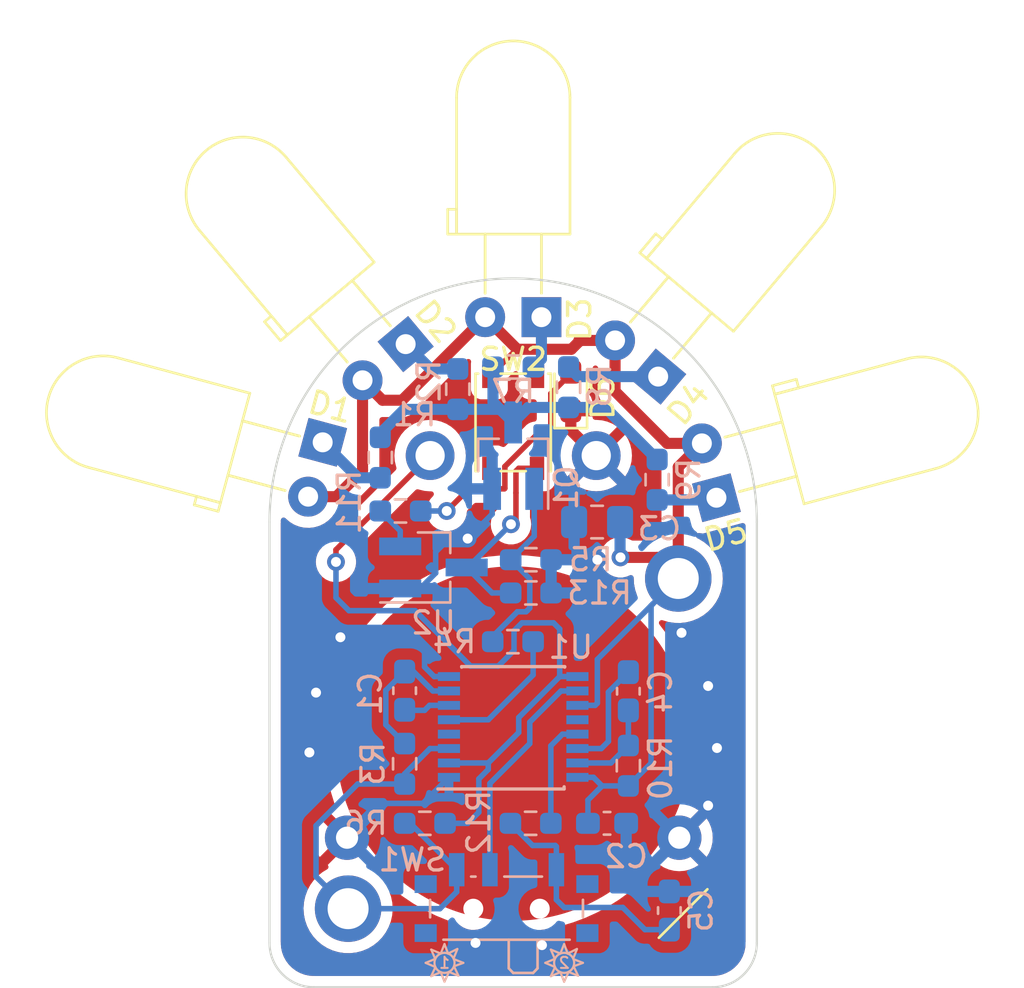
<source format=kicad_pcb>
(kicad_pcb (version 20211014) (generator pcbnew)
  (layers (0 "F.Cu" signal) (31 "B.Cu" signal) (34 "B.Paste" user) (35 "F.Paste" user) (36 "B.SilkS" user "B.Silkscreen") (37 "F.SilkS" user "F.Silkscreen") (38 "B.Mask" user) (39 "F.Mask" user) (44 "Edge.Cuts" user))
  (net 0 "")
  (net 1 "+3V0")
  (net 2 "GND")
  (net 3 "Net-(C1-Pad1)")
  (net 4 "Net-(C1-Pad2)")
  (net 5 "Net-(D1-Pad1)")
  (net 6 "Net-(D2-Pad1)")
  (net 7 "Net-(Q1-Pad1)")
  (net 8 "Net-(Q1-Pad3)")
  (net 9 "Net-(D3-Pad1)")
  (net 10 "Net-(D4-Pad1)")
  (net 11 "Net-(D5-Pad1)")
  (net 12 "Net-(C4-Pad1)")
  (net 13 "Net-(C4-Pad2)")
  (net 14 "/TRIG")
  (net 15 "/FLASH_PULSE")
  (net 16 "/PREFLASH")
  (net 17 "Net-(SW1-Pad2)")
  (net 18 "/PREFLASH_DELAYED")
  (net 21 "Net-(D6-Pad2)")
  (net 22 "Net-(R11-Pad2)")
  (net 23 "Net-(R13-Pad1)")
  (footprint "Button_Switch_CKComponents:SW_SPST_PTS810" (layer "F.Cu") (at 81 56.5 90)
    (fp_text reference "SW2" (at 2.85 0 180) (layer "F.SilkS"))
    (fp_text value "Bat Test")
    (fp_line (start -2.2 1.7) (end 2.2 1.7) (layer "F.SilkS") (width 0.12))
    (fp_line (start 2.2 -1.58) (end 2.2 -1.7) (layer "F.SilkS") (width 0.12))
    (fp_line (start -2.2 -1.7) (end -2.2 -1.58) (layer "F.SilkS") (width 0.12))
    (fp_line (start 2.2 1.7) (end 2.2 1.58) (layer "F.SilkS") (width 0.12))
    (fp_line (start -2.2 -0.57) (end -2.2 0.57) (layer "F.SilkS") (width 0.12))
    (fp_line (start 2.2 -1.7) (end -2.2 -1.7) (layer "F.SilkS") (width 0.12))
    (fp_line (start -2.2 1.58) (end -2.2 1.7) (layer "F.SilkS") (width 0.12))
    (fp_line (start 2.2 0.57) (end 2.2 -0.57) (layer "F.SilkS") (width 0.12))
    (pad "1" smd rect (at 2.075 -1.075 90) (size 1.05 0.65) (layers "F.Cu" "F.Paste" "F.Mask") (net 1 "+3V0"))
    (pad "1" smd rect (at -2.075 -1.075 90) (size 1.05 0.65) (layers "F.Cu" "F.Paste" "F.Mask") (net 1 "+3V0"))
    (pad "2" smd rect (at 2.075 1.075 90) (size 1.05 0.65) (layers "F.Cu" "F.Paste" "F.Mask") (net 23 "Net-(R13-Pad1)"))
    (pad "2" smd rect (at -2.075 1.075 90) (size 1.05 0.65) (layers "F.Cu" "F.Paste" "F.Mask") (net 23 "Net-(R13-Pad1)"))
  )
  (footprint "LED_THT:LED_D5.0mm_Horizontal_O3.81mm_Z3.0mm" (layer "F.Cu") (at 82.275 51.75 180)
    (fp_text reference "D3" (at -1.725 -0.1 90) (layer "F.SilkS"))
    (fp_text value "RED")
    (fp_line (start 3.83 3.75) (end 4.23 3.75) (layer "F.SilkS") (width 0.12))
    (fp_line (start 2.54 1.08) (end 2.54 3.75) (layer "F.SilkS") (width 0.12))
    (fp_line (start 0 1.08) (end 0 1.08) (layer "F.SilkS") (width 0.12))
    (fp_line (start 2.54 1.08) (end 2.54 1.08) (layer "F.SilkS") (width 0.12))
    (fp_line (start 4.23 4.87) (end 3.83 4.87) (layer "F.SilkS") (width 0.12))
    (fp_line (start 3.83 4.87) (end 3.83 3.75) (layer "F.SilkS") (width 0.12))
    (fp_line (start -1.29 3.75) (end -1.29 9.91) (layer "F.SilkS") (width 0.12))
    (fp_line (start 2.54 3.75) (end 2.54 1.08) (layer "F.SilkS") (width 0.12))
    (fp_line (start 4.23 3.75) (end 4.23 4.87) (layer "F.SilkS") (width 0.12))
    (fp_line (start 2.54 3.75) (end 2.54 3.75) (layer "F.SilkS") (width 0.12))
    (fp_line (start 0 3.75) (end 0 3.75) (layer "F.SilkS") (width 0.12))
    (fp_line (start -1.29 3.75) (end 3.83 3.75) (layer "F.SilkS") (width 0.12))
    (fp_line (start 3.83 3.75) (end 3.83 9.91) (layer "F.SilkS") (width 0.12))
    (fp_line (start 0 3.75) (end 0 1.08) (layer "F.SilkS") (width 0.12))
    (fp_line (start 0 1.08) (end 0 3.75) (layer "F.SilkS") (width 0.12))
    (fp_arc (start 3.83 9.91) (mid 1.27 12.47) (end -1.29 9.91) (layer "F.SilkS") (width 0.12))
    (pad "1" thru_hole rect (at 0 0 180) (size 1.8 1.8) (drill 0.9) (layers *.Cu *.Mask) (net 9 "Net-(D3-Pad1)"))
    (pad "2" thru_hole circle (at 2.54 0 180) (size 1.8 1.8) (drill 0.9) (layers *.Cu *.Mask) (net 1 "+3V0"))
  )
  (footprint "LED_SMD:LED_0603_1608Metric_Pad1.05x0.95mm_HandSolder" (layer "F.Cu") (at 83.6 55.1 90)
    (fp_text reference "D6" (at -0.3 1.45 90) (layer "F.SilkS"))
    (fp_text value "GREEN")
    (fp_line (start -1.66 0.735) (end 0.8 0.735) (layer "F.SilkS") (width 0.12))
    (fp_line (start -1.66 -0.735) (end -1.66 0.735) (layer "F.SilkS") (width 0.12))
    (fp_line (start 0.8 -0.735) (end -1.66 -0.735) (layer "F.SilkS") (width 0.12))
    (pad "1" smd roundrect (at -0.875 0 90) (size 1.05 0.95) (layers "F.Cu" "F.Paste" "F.Mask") (net 2 "GND"))
    (pad "2" smd roundrect (at 0.875 0 90) (size 1.05 0.95) (layers "F.Cu" "F.Paste" "F.Mask") (net 21 "Net-(D6-Pad2)"))
  )
  (footprint "LED_THT:LED_D5.0mm_Horizontal_O3.81mm_Z3.0mm" (layer "F.Cu") (at 72.4 57.4 -105)
    (fp_text reference "D1" (at -1.636068 0.076036 165) (layer "F.SilkS"))
    (fp_text value "RED")
    (fp_line (start 0 3.75) (end 0 1.08) (layer "F.SilkS") (width 0.12))
    (fp_line (start 2.54 3.75) (end 2.54 1.08) (layer "F.SilkS") (width 0.12))
    (fp_line (start 3.83 3.75) (end 3.83 9.91) (layer "F.SilkS") (width 0.12))
    (fp_line (start 2.54 1.08) (end 2.54 3.75) (layer "F.SilkS") (width 0.12))
    (fp_line (start 2.54 1.08) (end 2.54 1.08) (layer "F.SilkS") (width 0.12))
    (fp_line (start 3.83 3.75) (end 4.23 3.75) (layer "F.SilkS") (width 0.12))
    (fp_line (start 4.23 3.75) (end 4.23 4.87) (layer "F.SilkS") (width 0.12))
    (fp_line (start 3.83 4.87) (end 3.83 3.75) (layer "F.SilkS") (width 0.12))
    (fp_line (start 0 3.75) (end 0 3.75) (layer "F.SilkS") (width 0.12))
    (fp_line (start -1.29 3.75) (end -1.29 9.91) (layer "F.SilkS") (width 0.12))
    (fp_line (start 2.54 3.75) (end 2.54 3.75) (layer "F.SilkS") (width 0.12))
    (fp_line (start 0 1.08) (end 0 1.08) (layer "F.SilkS") (width 0.12))
    (fp_line (start 0 1.08) (end 0 3.75) (layer "F.SilkS") (width 0.12))
    (fp_line (start -1.29 3.75) (end 3.83 3.75) (layer "F.SilkS") (width 0.12))
    (fp_line (start 4.23 4.87) (end 3.83 4.87) (layer "F.SilkS") (width 0.12))
    (fp_arc (start 3.83 9.91) (mid 1.27 12.47) (end -1.29 9.91) (layer "F.SilkS") (width 0.12))
    (pad "1" thru_hole rect (at 0 0 255) (size 1.8 1.8) (drill 0.9) (layers *.Cu *.Mask) (net 5 "Net-(D1-Pad1)"))
    (pad "2" thru_hole circle (at 2.54 0 255) (size 1.8 1.8) (drill 0.9) (layers *.Cu *.Mask) (net 1 "+3V0"))
  )
  (footprint "Battery_Keystone:BatteryHolder_Keystone_2899_1x2032" (layer "F.Cu") (at 81 71 45)
    (fp_text reference "BT1" hide)
    (fp_text value "CR2032")
    (fp_line (start -1.55 10.85) (end 1.55 10.85) (layer "F.SilkS") (width 0.12))
    (pad "1" thru_hole circle (at -10.54 0 45) (size 3 3) (drill 1.85) (layers *.Cu *.Mask) (net 1 "+3V0"))
    (pad "1" thru_hole circle (at 10.54 0 45) (size 3 3) (drill 1.85) (layers *.Cu *.Mask) (net 1 "+3V0"))
    (pad "2" smd circle (at 0 0 45) (size 16 16) (layers "F.Cu" "F.Mask") (net 2 "GND"))
  )
  (footprint "LED_THT:LED_D5.0mm_Horizontal_O3.81mm_Z3.0mm" (layer "F.Cu") (at 87.545753 54.432681 140)
    (fp_text reference "D4" (at -1.819891 -0.062027 230) (layer "F.SilkS"))
    (fp_text value "RED")
    (fp_line (start 3.83 3.75) (end 3.83 9.91) (layer "F.SilkS") (width 0.12))
    (fp_line (start 3.83 4.87) (end 3.83 3.75) (layer "F.SilkS") (width 0.12))
    (fp_line (start 2.54 1.08) (end 2.54 1.08) (layer "F.SilkS") (width 0.12))
    (fp_line (start 4.23 4.87) (end 3.83 4.87) (layer "F.SilkS") (width 0.12))
    (fp_line (start 0 3.75) (end 0 1.08) (layer "F.SilkS") (width 0.12))
    (fp_line (start 0 1.08) (end 0 1.08) (layer "F.SilkS") (width 0.12))
    (fp_line (start 2.54 3.75) (end 2.54 1.08) (layer "F.SilkS") (width 0.12))
    (fp_line (start 2.54 1.08) (end 2.54 3.75) (layer "F.SilkS") (width 0.12))
    (fp_line (start 2.54 3.75) (end 2.54 3.75) (layer "F.SilkS") (width 0.12))
    (fp_line (start 0 1.08) (end 0 3.75) (layer "F.SilkS") (width 0.12))
    (fp_line (start -1.29 3.75) (end -1.29 9.91) (layer "F.SilkS") (width 0.12))
    (fp_line (start 4.23 3.75) (end 4.23 4.87) (layer "F.SilkS") (width 0.12))
    (fp_line (start 0 3.75) (end 0 3.75) (layer "F.SilkS") (width 0.12))
    (fp_line (start 3.83 3.75) (end 4.23 3.75) (layer "F.SilkS") (width 0.12))
    (fp_line (start -1.29 3.75) (end 3.83 3.75) (layer "F.SilkS") (width 0.12))
    (fp_arc (start 3.83 9.91) (mid 1.27 12.47) (end -1.29 9.91) (layer "F.SilkS") (width 0.12))
    (pad "1" thru_hole rect (at 0 0 140) (size 1.8 1.8) (drill 0.9) (layers *.Cu *.Mask) (net 10 "Net-(D4-Pad1)"))
    (pad "2" thru_hole circle (at 2.54 0 140) (size 1.8 1.8) (drill 0.9) (layers *.Cu *.Mask) (net 1 "+3V0"))
  )
  (footprint "LED_THT:LED_D5.0mm_Horizontal_O3.81mm_Z3.0mm" (layer "F.Cu") (at 76.145753 52.967319 -140)
    (fp_text reference "D2" (at -1.691333 -0.091182 130) (layer "F.SilkS"))
    (fp_text value "RED")
    (fp_line (start 0 3.75) (end 0 3.75) (layer "F.SilkS") (width 0.12))
    (fp_line (start 4.23 4.87) (end 3.83 4.87) (layer "F.SilkS") (width 0.12))
    (fp_line (start 2.54 1.08) (end 2.54 1.08) (layer "F.SilkS") (width 0.12))
    (fp_line (start 0 1.08) (end 0 3.75) (layer "F.SilkS") (width 0.12))
    (fp_line (start 3.83 3.75) (end 4.23 3.75) (layer "F.SilkS") (width 0.12))
    (fp_line (start 2.54 3.75) (end 2.54 3.75) (layer "F.SilkS") (width 0.12))
    (fp_line (start 4.23 3.75) (end 4.23 4.87) (layer "F.SilkS") (width 0.12))
    (fp_line (start 3.83 4.87) (end 3.83 3.75) (layer "F.SilkS") (width 0.12))
    (fp_line (start -1.29 3.75) (end 3.83 3.75) (layer "F.SilkS") (width 0.12))
    (fp_line (start 0 1.08) (end 0 1.08) (layer "F.SilkS") (width 0.12))
    (fp_line (start 3.83 3.75) (end 3.83 9.91) (layer "F.SilkS") (width 0.12))
    (fp_line (start 0 3.75) (end 0 1.08) (layer "F.SilkS") (width 0.12))
    (fp_line (start -1.29 3.75) (end -1.29 9.91) (layer "F.SilkS") (width 0.12))
    (fp_line (start 2.54 1.08) (end 2.54 3.75) (layer "F.SilkS") (width 0.12))
    (fp_line (start 2.54 3.75) (end 2.54 1.08) (layer "F.SilkS") (width 0.12))
    (fp_arc (start 3.83 9.91) (mid 1.27 12.47) (end -1.29 9.91) (layer "F.SilkS") (width 0.12))
    (pad "1" thru_hole rect (at 0 0 220) (size 1.8 1.8) (drill 0.9) (layers *.Cu *.Mask) (net 6 "Net-(D2-Pad1)"))
    (pad "2" thru_hole circle (at 2.54 0 220) (size 1.8 1.8) (drill 0.9) (layers *.Cu *.Mask) (net 1 "+3V0"))
  )
  (footprint "LED_THT:LED_D5.0mm_Horizontal_O3.81mm_Z3.0mm" (layer "F.Cu") (at 90.175921 59.901412 105)
    (fp_text reference "D5" (at -1.75047 -0.029998 195) (layer "F.SilkS"))
    (fp_text value "RED")
    (fp_line (start -1.29 3.75) (end -1.29 9.91) (layer "F.SilkS") (width 0.12))
    (fp_line (start 4.23 4.87) (end 3.83 4.87) (layer "F.SilkS") (width 0.12))
    (fp_line (start 2.54 3.75) (end 2.54 3.75) (layer "F.SilkS") (width 0.12))
    (fp_line (start 0 1.08) (end 0 1.08) (layer "F.SilkS") (width 0.12))
    (fp_line (start -1.29 3.75) (end 3.83 3.75) (layer "F.SilkS") (width 0.12))
    (fp_line (start 0 1.08) (end 0 3.75) (layer "F.SilkS") (width 0.12))
    (fp_line (start 0 3.75) (end 0 3.75) (layer "F.SilkS") (width 0.12))
    (fp_line (start 0 3.75) (end 0 1.08) (layer "F.SilkS") (width 0.12))
    (fp_line (start 3.83 3.75) (end 3.83 9.91) (layer "F.SilkS") (width 0.12))
    (fp_line (start 2.54 1.08) (end 2.54 1.08) (layer "F.SilkS") (width 0.12))
    (fp_line (start 2.54 1.08) (end 2.54 3.75) (layer "F.SilkS") (width 0.12))
    (fp_line (start 3.83 3.75) (end 4.23 3.75) (layer "F.SilkS") (width 0.12))
    (fp_line (start 4.23 3.75) (end 4.23 4.87) (layer "F.SilkS") (width 0.12))
    (fp_line (start 2.54 3.75) (end 2.54 1.08) (layer "F.SilkS") (width 0.12))
    (fp_line (start 3.83 4.87) (end 3.83 3.75) (layer "F.SilkS") (width 0.12))
    (fp_arc (start 3.83 9.91) (mid 1.27 12.47) (end -1.29 9.91) (layer "F.SilkS") (width 0.12))
    (pad "1" thru_hole rect (at 0 0 105) (size 1.8 1.8) (drill 0.9) (layers *.Cu *.Mask) (net 11 "Net-(D5-Pad1)"))
    (pad "2" thru_hole circle (at 2.54 0 105) (size 1.8 1.8) (drill 0.9) (layers *.Cu *.Mask) (net 1 "+3V0"))
  )
  (footprint "Button_Switch_SMD:SW_SPDT_PCM12" (layer "B.Cu") (at 80.7 78.125 180)
    (fp_text reference "SW1" (at 4.25 1.875) (layer "B.SilkS") (effects (justify mirror)))
    (fp_text value "PCM12")
    (fp_line (start 3.45 -0.72) (end 3.45 0.07) (layer "B.SilkS") (width 0.12))
    (fp_line (start -3.45 0.07) (end -3.45 -0.72) (layer "B.SilkS") (width 0.12))
    (fp_line (start -2.85 -1.73) (end 2.85 -1.73) (layer "B.SilkS") (width 0.12))
    (fp_line (start -1.4 -1.73) (end -1.4 -3.02) (layer "B.SilkS") (width 0.12))
    (fp_line (start -0.1 -3.02) (end -0.1 -1.73) (layer "B.SilkS") (width 0.12))
    (fp_line (start 1.4 1.12) (end 1.6 1.12) (layer "B.SilkS") (width 0.12))
    (fp_line (start -1.6 1.12) (end 0.1 1.12) (layer "B.SilkS") (width 0.12))
    (fp_line (start -1.2 -3.23) (end -0.3 -3.23) (layer "B.SilkS") (width 0.12))
    (fp_line (start -1.4 -3.02) (end -1.2 -3.23) (layer "B.SilkS") (width 0.12))
    (fp_line (start -0.1 -3.02) (end -0.3 -3.23) (layer "B.SilkS") (width 0.12))
    (pad "" smd rect (at 3.65 -1.43 180) (size 1 0.8) (layers "B.Cu" "B.Paste" "B.Mask"))
    (pad "" np_thru_hole circle (at -1.5 -0.33 180) (size 0.9 0.9) (drill 0.9) (layers *.Cu *.Mask))
    (pad "" np_thru_hole circle (at 1.5 -0.33 180) (size 0.9 0.9) (drill 0.9) (layers *.Cu *.Mask))
    (pad "" smd rect (at -3.65 -1.43 180) (size 1 0.8) (layers "B.Cu" "B.Paste" "B.Mask"))
    (pad "" smd rect (at -3.65 0.78 180) (size 1 0.8) (layers "B.Cu" "B.Paste" "B.Mask"))
    (pad "" smd rect (at 3.65 0.78 180) (size 1 0.8) (layers "B.Cu" "B.Paste" "B.Mask"))
    (pad "1" smd rect (at -2.25 1.43 180) (size 0.7 1.5) (layers "B.Cu" "B.Paste" "B.Mask") (net 18 "/PREFLASH_DELAYED"))
    (pad "2" smd rect (at 0.75 1.43 180) (size 0.7 1.5) (layers "B.Cu" "B.Paste" "B.Mask") (net 17 "Net-(SW1-Pad2)"))
    (pad "3" smd rect (at 2.25 1.43 180) (size 0.7 1.5) (layers "B.Cu" "B.Paste" "B.Mask") (net 1 "+3V0"))
  )
  (footprint "Resistor_SMD:R_0603_1608Metric_Pad0.98x0.95mm_HandSolder" (layer "B.Cu") (at 81.8 64.2)
    (fp_text reference "R13" (at 3.1 0) (layer "B.SilkS") (effects (justify mirror)))
    (fp_text value "1k5")
    (fp_line (start -0.254724 0.5225) (end 0.254724 0.5225) (layer "B.SilkS") (width 0.12))
    (fp_line (start -0.254724 -0.5225) (end 0.254724 -0.5225) (layer "B.SilkS") (width 0.12))
    (pad "1" smd roundrect (at -0.9125 0) (size 0.975 0.95) (layers "B.Cu" "B.Paste" "B.Mask") (net 23 "Net-(R13-Pad1)"))
    (pad "2" smd roundrect (at 0.9125 0) (size 0.975 0.95) (layers "B.Cu" "B.Paste" "B.Mask") (net 2 "GND"))
  )
  (footprint "Package_TO_SOT_SMD:SOT-23_Handsoldering" (layer "B.Cu") (at 77.4 63.05)
    (fp_text reference "U2" (at 0 2.5 180) (layer "B.SilkS") (effects (justify mirror)))
    (fp_text value "BD49KxxG")
    (fp_line (start 0.76 1.58) (end -2.4 1.58) (layer "B.SilkS") (width 0.12))
    (fp_line (start 0.76 1.58) (end 0.76 0.65) (layer "B.SilkS") (width 0.12))
    (fp_line (start 0.76 -1.58) (end 0.76 -0.65) (layer "B.SilkS") (width 0.12))
    (fp_line (start 0.76 -1.58) (end -0.7 -1.58) (layer "B.SilkS") (width 0.12))
    (pad "1" smd rect (at -1.5 0.95) (size 1.9 0.8) (layers "B.Cu" "B.Paste" "B.Mask") (net 2 "GND"))
    (pad "2" smd rect (at -1.5 -0.95) (size 1.9 0.8) (layers "B.Cu" "B.Paste" "B.Mask") (net 22 "Net-(R11-Pad2)"))
    (pad "3" smd rect (at 1.5 0) (size 1.9 0.8) (layers "B.Cu" "B.Paste" "B.Mask") (net 23 "Net-(R13-Pad1)"))
  )
  (footprint "Capacitor_SMD:C_0603_1608Metric_Pad1.08x0.95mm_HandSolder" (layer "B.Cu") (at 76.1 68.6125 90)
    (fp_text reference "C1" (at -0.1375 -1.55 90) (layer "B.SilkS") (effects (justify mirror)))
    (fp_text value "2.2n")
    (fp_line (start -0.146267 0.51) (end 0.146267 0.51) (layer "B.SilkS") (width 0.12))
    (fp_line (start -0.146267 -0.51) (end 0.146267 -0.51) (layer "B.SilkS") (width 0.12))
    (pad "1" smd roundrect (at -0.8625 0 90) (size 1.075 0.95) (layers "B.Cu" "B.Paste" "B.Mask") (net 3 "Net-(C1-Pad1)"))
    (pad "2" smd roundrect (at 0.8625 0 90) (size 1.075 0.95) (layers "B.Cu" "B.Paste" "B.Mask") (net 4 "Net-(C1-Pad2)"))
  )
  (footprint "Resistor_SMD:R_0603_1608Metric_Pad0.98x0.95mm_HandSolder" (layer "B.Cu") (at 75.9125 60.5 180)
    (fp_text reference "R11" (at 2.3125 0.4 90) (layer "B.SilkS") (effects (justify mirror)))
    (fp_text value "1k5")
    (fp_line (start -0.254724 -0.5225) (end 0.254724 -0.5225) (layer "B.SilkS") (width 0.12))
    (fp_line (start -0.254724 0.5225) (end 0.254724 0.5225) (layer "B.SilkS") (width 0.12))
    (pad "1" smd roundrect (at -0.9125 0 180) (size 0.975 0.95) (layers "B.Cu" "B.Paste" "B.Mask") (net 21 "Net-(D6-Pad2)"))
    (pad "2" smd roundrect (at 0.9125 0 180) (size 0.975 0.95) (layers "B.Cu" "B.Paste" "B.Mask") (net 22 "Net-(R11-Pad2)"))
  )
  (footprint "Connector_MillMax:0508_20mil" (layer "B.Cu") (at 88.5 75.25 180)
    (fp_text reference "J3" hide)
    (fp_text value "GND")
    (pad "1" thru_hole circle (at 0 0 180) (size 2 2) (drill 1) (layers *.Cu *.Mask) (net 2 "GND"))
  )
  (footprint "Capacitor_SMD:C_0603_1608Metric_Pad1.08x0.95mm_HandSolder" (layer "B.Cu") (at 88.05 78.5375 90)
    (fp_text reference "C5" (at 0 1.43 90) (layer "B.SilkS") (effects (justify mirror)))
    (fp_text value "2.2n")
    (fp_line (start -0.146267 0.51) (end 0.146267 0.51) (layer "B.SilkS") (width 0.12))
    (fp_line (start -0.146267 -0.51) (end 0.146267 -0.51) (layer "B.SilkS") (width 0.12))
    (pad "1" smd roundrect (at -0.8625 0 90) (size 1.075 0.95) (layers "B.Cu" "B.Paste" "B.Mask") (net 18 "/PREFLASH_DELAYED"))
    (pad "2" smd roundrect (at 0.8625 0 90) (size 1.075 0.95) (layers "B.Cu" "B.Paste" "B.Mask") (net 2 "GND"))
  )
  (footprint "Package_SO:SSOP-16_4.4x5.2mm_P0.65mm" (layer "B.Cu") (at 81 70.25)
    (fp_text reference "U1" (at 2.6 -3.6 180) (layer "B.SilkS") (effects (justify mirror)))
    (fp_text value "74LV123")
    (fp_line (start -2.325 -2.725) (end 2.325 -2.725) (layer "B.SilkS") (width 0.15))
    (fp_line (start -3.4 2.8) (end 2.3 2.8) (layer "B.SilkS") (width 0.15))
    (fp_line (start 2.325 -2.725) (end 2.325 -2.7) (layer "B.SilkS") (width 0.15))
    (fp_line (start 2.3 2.8) (end 2.3 2.7) (layer "B.SilkS") (width 0.15))
    (fp_line (start -2.325 -2.725) (end -2.325 -2.7) (layer "B.SilkS") (width 0.15))
    (pad "1" smd rect (at -2.9 2.275) (size 1 0.4) (layers "B.Cu" "B.Paste" "B.Mask") (net 2 "GND"))
    (pad "2" smd rect (at -2.9 1.625) (size 1 0.4) (layers "B.Cu" "B.Paste" "B.Mask") (net 14 "/TRIG"))
    (pad "3" smd rect (at -2.9 0.975) (size 1 0.4) (layers "B.Cu" "B.Paste" "B.Mask") (net 1 "+3V0"))
    (pad "4" smd rect (at -2.9 0.325) (size 1 0.4) (layers "B.Cu" "B.Paste" "B.Mask"))
    (pad "5" smd rect (at -2.9 -0.325) (size 1 0.4) (layers "B.Cu" "B.Paste" "B.Mask") (net 15 "/FLASH_PULSE"))
    (pad "6" smd rect (at -2.9 -0.975) (size 1 0.4) (layers "B.Cu" "B.Paste" "B.Mask") (net 3 "Net-(C1-Pad1)"))
    (pad "7" smd rect (at -2.9 -1.625) (size 1 0.4) (layers "B.Cu" "B.Paste" "B.Mask") (net 4 "Net-(C1-Pad2)"))
    (pad "8" smd rect (at -2.9 -2.275) (size 1 0.4) (layers "B.Cu" "B.Paste" "B.Mask") (net 2 "GND"))
    (pad "9" smd rect (at 2.9 -2.275) (size 1 0.4) (layers "B.Cu" "B.Paste" "B.Mask") (net 14 "/TRIG"))
    (pad "10" smd rect (at 2.9 -1.625) (size 1 0.4) (layers "B.Cu" "B.Paste" "B.Mask") (net 17 "Net-(SW1-Pad2)"))
    (pad "11" smd rect (at 2.9 -0.975) (size 1 0.4) (layers "B.Cu" "B.Paste" "B.Mask") (net 1 "+3V0"))
    (pad "12" smd rect (at 2.9 -0.325) (size 1 0.4) (layers "B.Cu" "B.Paste" "B.Mask"))
    (pad "13" smd rect (at 2.9 0.325) (size 1 0.4) (layers "B.Cu" "B.Paste" "B.Mask") (net 16 "/PREFLASH"))
    (pad "14" smd rect (at 2.9 0.975) (size 1 0.4) (layers "B.Cu" "B.Paste" "B.Mask") (net 12 "Net-(C4-Pad1)"))
    (pad "15" smd rect (at 2.9 1.625) (size 1 0.4) (layers "B.Cu" "B.Paste" "B.Mask") (net 13 "Net-(C4-Pad2)"))
    (pad "16" smd rect (at 2.9 2.275) (size 1 0.4) (layers "B.Cu" "B.Paste" "B.Mask") (net 1 "+3V0"))
  )
  (footprint "Resistor_SMD:R_0603_1608Metric_Pad0.98x0.95mm_HandSolder" (layer "B.Cu") (at 76.1 71.9125 -90)
    (fp_text reference "R3" (at 0 1.43 -270) (layer "B.SilkS") (effects (justify mirror)))
    (fp_text value "100k")
    (fp_line (start -0.254724 0.5225) (end 0.254724 0.5225) (layer "B.SilkS") (width 0.12))
    (fp_line (start -0.254724 -0.5225) (end 0.254724 -0.5225) (layer "B.SilkS") (width 0.12))
    (pad "1" smd roundrect (at -0.9125 0 270) (size 0.975 0.95) (layers "B.Cu" "B.Paste" "B.Mask") (net 4 "Net-(C1-Pad2)"))
    (pad "2" smd roundrect (at 0.9125 0 270) (size 0.975 0.95) (layers "B.Cu" "B.Paste" "B.Mask") (net 1 "+3V0"))
  )
  (footprint "Capacitor_SMD:C_0603_1608Metric_Pad1.08x0.95mm_HandSolder" (layer "B.Cu") (at 86.2 68.6375 -90)
    (fp_text reference "C4" (at 0.0125 -1.45 90) (layer "B.SilkS") (effects (justify mirror)))
    (fp_text value "220n")
    (fp_line (start -0.146267 0.51) (end 0.146267 0.51) (layer "B.SilkS") (width 0.12))
    (fp_line (start -0.146267 -0.51) (end 0.146267 -0.51) (layer "B.SilkS") (width 0.12))
    (pad "1" smd roundrect (at -0.8625 0 270) (size 1.075 0.95) (layers "B.Cu" "B.Paste" "B.Mask") (net 12 "Net-(C4-Pad1)"))
    (pad "2" smd roundrect (at 0.8625 0 270) (size 1.075 0.95) (layers "B.Cu" "B.Paste" "B.Mask") (net 13 "Net-(C4-Pad2)"))
  )
  (footprint "Resistor_SMD:R_0603_1608Metric_Pad0.98x0.95mm_HandSolder" (layer "B.Cu") (at 75 58.0875 90)
    (fp_text reference "R1" (at 1.9375 1.55 180) (layer "B.SilkS") (effects (justify mirror)))
    (fp_text value "22R")
    (fp_line (start -0.254724 0.5225) (end 0.254724 0.5225) (layer "B.SilkS") (width 0.12))
    (fp_line (start -0.254724 -0.5225) (end 0.254724 -0.5225) (layer "B.SilkS") (width 0.12))
    (pad "1" smd roundrect (at -0.9125 0 90) (size 0.975 0.95) (layers "B.Cu" "B.Paste" "B.Mask") (net 5 "Net-(D1-Pad1)"))
    (pad "2" smd roundrect (at 0.9125 0 90) (size 0.975 0.95) (layers "B.Cu" "B.Paste" "B.Mask") (net 8 "Net-(Q1-Pad3)"))
  )
  (footprint "Resistor_SMD:R_0603_1608Metric_Pad0.98x0.95mm_HandSolder" (layer "B.Cu") (at 78.5 55 -90)
    (fp_text reference "R2" (at -0.35 1.3 90) (layer "B.SilkS") (effects (justify mirror)))
    (fp_text value "22R")
    (fp_line (start -0.254724 -0.5225) (end 0.254724 -0.5225) (layer "B.SilkS") (width 0.12))
    (fp_line (start -0.254724 0.5225) (end 0.254724 0.5225) (layer "B.SilkS") (width 0.12))
    (pad "1" smd roundrect (at -0.9125 0 270) (size 0.975 0.95) (layers "B.Cu" "B.Paste" "B.Mask") (net 6 "Net-(D2-Pad1)"))
    (pad "2" smd roundrect (at 0.9125 0 270) (size 0.975 0.95) (layers "B.Cu" "B.Paste" "B.Mask") (net 8 "Net-(Q1-Pad3)"))
  )
  (footprint "Resistor_SMD:R_0603_1608Metric_Pad0.98x0.95mm_HandSolder" (layer "B.Cu") (at 86.2 72 -90)
    (fp_text reference "R10" (at 0.1 -1.45 90) (layer "B.SilkS") (effects (justify mirror)))
    (fp_text value "1M")
    (fp_line (start -0.254724 0.5225) (end 0.254724 0.5225) (layer "B.SilkS") (width 0.12))
    (fp_line (start -0.254724 -0.5225) (end 0.254724 -0.5225) (layer "B.SilkS") (width 0.12))
    (pad "1" smd roundrect (at -0.9125 0 270) (size 0.975 0.95) (layers "B.Cu" "B.Paste" "B.Mask") (net 13 "Net-(C4-Pad2)"))
    (pad "2" smd roundrect (at 0.9125 0 270) (size 0.975 0.95) (layers "B.Cu" "B.Paste" "B.Mask") (net 1 "+3V0"))
  )
  (footprint "Resistor_SMD:R_0603_1608Metric_Pad0.98x0.95mm_HandSolder" (layer "B.Cu") (at 77.0125 74.6 180)
    (fp_text reference "R6" (at 2.6625 0) (layer "B.SilkS") (effects (justify mirror)))
    (fp_text value "100k")
    (fp_line (start -0.254724 -0.5225) (end 0.254724 -0.5225) (layer "B.SilkS") (width 0.12))
    (fp_line (start -0.254724 0.5225) (end 0.254724 0.5225) (layer "B.SilkS") (width 0.12))
    (pad "1" smd roundrect (at -0.9125 0 180) (size 0.975 0.95) (layers "B.Cu" "B.Paste" "B.Mask") (net 14 "/TRIG"))
    (pad "2" smd roundrect (at 0.9125 0 180) (size 0.975 0.95) (layers "B.Cu" "B.Paste" "B.Mask") (net 1 "+3V0"))
  )
  (footprint "Resistor_SMD:R_0603_1608Metric_Pad0.98x0.95mm_HandSolder" (layer "B.Cu") (at 80.9875 66.4 180)
    (fp_text reference "R4" (at 2.6375 0) (layer "B.SilkS") (effects (justify mirror)))
    (fp_text value "22R")
    (fp_line (start -0.254724 -0.5225) (end 0.254724 -0.5225) (layer "B.SilkS") (width 0.12))
    (fp_line (start -0.254724 0.5225) (end 0.254724 0.5225) (layer "B.SilkS") (width 0.12))
    (pad "1" smd roundrect (at -0.9125 0 180) (size 0.975 0.95) (layers "B.Cu" "B.Paste" "B.Mask") (net 15 "/FLASH_PULSE"))
    (pad "2" smd roundrect (at 0.9125 0 180) (size 0.975 0.95) (layers "B.Cu" "B.Paste" "B.Mask") (net 7 "Net-(Q1-Pad1)"))
  )
  (footprint "Resistor_SMD:R_0603_1608Metric_Pad0.98x0.95mm_HandSolder" (layer "B.Cu") (at 81 54 180)
    (fp_text reference "R7" (at 0 -1.1) (layer "B.SilkS") (effects (justify mirror)))
    (fp_text value "22R")
    (fp_line (start -0.254724 0.5225) (end 0.254724 0.5225) (layer "B.SilkS") (width 0.12))
    (fp_line (start -0.254724 -0.5225) (end 0.254724 -0.5225) (layer "B.SilkS") (width 0.12))
    (pad "1" smd roundrect (at -0.9125 0 180) (size 0.975 0.95) (layers "B.Cu" "B.Paste" "B.Mask") (net 9 "Net-(D3-Pad1)"))
    (pad "2" smd roundrect (at 0.9125 0 180) (size 0.975 0.95) (layers "B.Cu" "B.Paste" "B.Mask") (net 8 "Net-(Q1-Pad3)"))
  )
  (footprint "Resistor_SMD:R_0603_1608Metric_Pad0.98x0.95mm_HandSolder" (layer "B.Cu") (at 81.8 62.7)
    (fp_text reference "R5" (at 2.7 0) (layer "B.SilkS") (effects (justify mirror)))
    (fp_text value "100k")
    (fp_line (start -0.254724 -0.5225) (end 0.254724 -0.5225) (layer "B.SilkS") (width 0.12))
    (fp_line (start -0.254724 0.5225) (end 0.254724 0.5225) (layer "B.SilkS") (width 0.12))
    (pad "1" smd roundrect (at -0.9125 0) (size 0.975 0.95) (layers "B.Cu" "B.Paste" "B.Mask") (net 7 "Net-(Q1-Pad1)"))
    (pad "2" smd roundrect (at 0.9125 0) (size 0.975 0.95) (layers "B.Cu" "B.Paste" "B.Mask") (net 2 "GND"))
  )
  (footprint "Package_TO_SOT_SMD:SOT-23_Handsoldering" (layer "B.Cu") (at 81 58 90)
    (fp_text reference "Q1" (at -1.45 2.4 90) (layer "B.SilkS") (effects (justify mirror)))
    (fp_text value "NDS331N")
    (fp_line (start 0.76 -1.58) (end 0.76 -0.65) (layer "B.SilkS") (width 0.12))
    (fp_line (start 0.76 1.58) (end -2.4 1.58) (layer "B.SilkS") (width 0.12))
    (fp_line (start 0.76 -1.58) (end -0.7 -1.58) (layer "B.SilkS") (width 0.12))
    (fp_line (start 0.76 1.58) (end 0.76 0.65) (layer "B.SilkS") (width 0.12))
    (pad "1" smd rect (at -1.5 0.95 90) (size 1.9 0.8) (layers "B.Cu" "B.Paste" "B.Mask") (net 7 "Net-(Q1-Pad1)"))
    (pad "2" smd rect (at -1.5 -0.95 90) (size 1.9 0.8) (layers "B.Cu" "B.Paste" "B.Mask") (net 2 "GND"))
    (pad "3" smd rect (at 1.5 0 90) (size 1.9 0.8) (layers "B.Cu" "B.Paste" "B.Mask") (net 8 "Net-(Q1-Pad3)"))
  )
  (footprint "Capacitor_SMD:C_0805_2012Metric_Pad1.18x1.45mm_HandSolder" (layer "B.Cu") (at 84.7875 61 180)
    (fp_text reference "C3" (at -2.8125 -0.3) (layer "B.SilkS") (effects (justify mirror)))
    (fp_text value "47u")
    (fp_line (start -0.261252 0.735) (end 0.261252 0.735) (layer "B.SilkS") (width 0.12))
    (fp_line (start -0.261252 -0.735) (end 0.261252 -0.735) (layer "B.SilkS") (width 0.12))
    (pad "1" smd roundrect (at -1.0375 0 180) (size 1.175 1.45) (layers "B.Cu" "B.Paste" "B.Mask") (roundrect_rratio 0.212766) (net 1 "+3V0"))
    (pad "2" smd roundrect (at 1.0375 0 180) (size 1.175 1.45) (layers "B.Cu" "B.Paste" "B.Mask") (roundrect_rratio 0.212766) (net 2 "GND"))
  )
  (footprint "Connector_MillMax:0550_52mil" (layer "B.Cu") (at 77.25 58 180)
    (fp_text reference "J1" hide)
    (fp_text value "TRIG")
    (pad "1" thru_hole circle (at 0 0 180) (size 2.2 2.2) (drill 1.321) (layers *.Cu *.Mask) (net 14 "/TRIG"))
  )
  (footprint "Resistor_SMD:R_0603_1608Metric_Pad0.98x0.95mm_HandSolder" (layer "B.Cu") (at 81.7875 74.6)
    (fp_text reference "R12" (at -2.3375 -0.05 90) (layer "B.SilkS") (effects (justify mirror)))
    (fp_text value "1k5")
    (fp_line (start -0.254724 0.5225) (end 0.254724 0.5225) (layer "B.SilkS") (width 0.12))
    (fp_line (start -0.254724 -0.5225) (end 0.254724 -0.5225) (layer "B.SilkS") (width 0.12))
    (pad "1" smd roundrect (at -0.9125 0) (size 0.975 0.95) (layers "B.Cu" "B.Paste" "B.Mask") (net 18 "/PREFLASH_DELAYED"))
    (pad "2" smd roundrect (at 0.9125 0) (size 0.975 0.95) (layers "B.Cu" "B.Paste" "B.Mask") (net 16 "/PREFLASH"))
  )
  (footprint "Resistor_SMD:R_0603_1608Metric_Pad0.98x0.95mm_HandSolder" (layer "B.Cu") (at 83.5 54.9125 -90)
    (fp_text reference "R8" (at -0.0625 -1.4 -90) (layer "B.SilkS") (effects (justify mirror)))
    (fp_text value "22R")
    (fp_line (start -0.254724 0.5225) (end 0.254724 0.5225) (layer "B.SilkS") (width 0.12))
    (fp_line (start -0.254724 -0.5225) (end 0.254724 -0.5225) (layer "B.SilkS") (width 0.12))
    (pad "1" smd roundrect (at -0.9125 0 270) (size 0.975 0.95) (layers "B.Cu" "B.Paste" "B.Mask") (net 10 "Net-(D4-Pad1)"))
    (pad "2" smd roundrect (at 0.9125 0 270) (size 0.975 0.95) (layers "B.Cu" "B.Paste" "B.Mask") (net 8 "Net-(Q1-Pad3)"))
  )
  (footprint "Capacitor_SMD:C_0603_1608Metric_Pad1.08x0.95mm_HandSolder" (layer "B.Cu") (at 85.2375 74.6)
    (fp_text reference "C2" (at 0.8625 1.5) (layer "B.SilkS") (effects (justify mirror)))
    (fp_text value "10n")
    (fp_line (start -0.146267 0.51) (end 0.146267 0.51) (layer "B.SilkS") (width 0.12))
    (fp_line (start -0.146267 -0.51) (end 0.146267 -0.51) (layer "B.SilkS") (width 0.12))
    (pad "1" smd roundrect (at -0.8625 0) (size 1.075 0.95) (layers "B.Cu" "B.Paste" "B.Mask") (net 1 "+3V0"))
    (pad "2" smd roundrect (at 0.8625 0) (size 1.075 0.95) (layers "B.Cu" "B.Paste" "B.Mask") (net 2 "GND"))
  )
  (footprint "Connector_MillMax:0550_52mil" (layer "B.Cu") (at 84.75 58 180)
    (fp_text reference "J2" hide)
    (fp_text value "GND")
    (pad "1" thru_hole circle (at 0 0 180) (size 2.2 2.2) (drill 1.321) (layers *.Cu *.Mask) (net 2 "GND"))
  )
  (footprint "Connector_MillMax:0508_20mil" (layer "B.Cu") (at 73.5 75.25 180)
    (fp_text reference "J4" hide)
    (fp_text value "GND")
    (pad "1" thru_hole circle (at 0 0 180) (size 2 2) (drill 1) (layers *.Cu *.Mask) (net 2 "GND"))
  )
  (footprint "Resistor_SMD:R_0603_1608Metric_Pad0.98x0.95mm_HandSolder" (layer "B.Cu") (at 87.5 59.0875 90)
    (fp_text reference "R9" (at 0 1.43 90) (layer "B.SilkS") (effects (justify mirror)))
    (fp_text value "22R")
    (fp_line (start -0.254724 0.5225) (end 0.254724 0.5225) (layer "B.SilkS") (width 0.12))
    (fp_line (start -0.254724 -0.5225) (end 0.254724 -0.5225) (layer "B.SilkS") (width 0.12))
    (pad "1" smd roundrect (at -0.9125 0 90) (size 0.975 0.95) (layers "B.Cu" "B.Paste" "B.Mask") (net 11 "Net-(D5-Pad1)"))
    (pad "2" smd roundrect (at 0.9125 0 90) (size 0.975 0.95) (layers "B.Cu" "B.Paste" "B.Mask") (net 8 "Net-(Q1-Pad3)"))
  )
  (gr_line (start 83.13 80.48) (end 83.3 80.05) (layer "B.SilkS") (width 0.1))
  (gr_line (start 77.3 80.3) (end 77.73 80.48) (layer "B.SilkS") (width 0.1))
  (gr_line (start 82.45 80.9) (end 82.87 81.08) (layer "B.SilkS") (width 0.1))
  (gr_line (start 77.05 80.9) (end 77.48 80.72) (layer "B.SilkS") (width 0.1))
  (gr_line (start 78.06 80.48) (end 77.9 80.05) (layer "B.SilkS") (width 0.1))
  (gr_line (start 83.93 81.48) (end 83.73 81.06) (layer "B.SilkS") (width 0.1))
  (gr_line (start 77.3 81.5) (end 77.73 81.32) (layer "B.SilkS") (width 0.1))
  (gr_line (start 78.75 80.9) (end 78.34 81.05) (layer "B.SilkS") (width 0.1))
  (gr_line (start 78.1 81.31) (end 77.9 81.75) (layer "B.SilkS") (width 0.1))
  (gr_line (start 78.31 80.7) (end 78.48 80.28) (layer "B.SilkS") (width 0.1))
  (gr_line (start 83.71 80.7) (end 83.88 80.28) (layer "B.SilkS") (width 0.1))
  (gr_line (start 82.7 80.3) (end 83.13 80.48) (layer "B.SilkS") (width 0.1))
  (gr_line (start 77.9 81.75) (end 77.73 81.32) (layer "B.SilkS") (width 0.1))
  (gr_line (start 82.7 81.5) (end 82.89 81.09) (layer "B.SilkS") (width 0.1))
  (gr_line (start 83.3 81.75) (end 83.13 81.32) (layer "B.SilkS") (width 0.1))
  (gr_line (start 82.7 81.5) (end 83.13 81.32) (layer "B.SilkS") (width 0.1))
  (gr_line (start 78.75 80.9) (end 78.32 80.73) (layer "B.SilkS") (width 0.1))
  (gr_line (start 84.15 80.9) (end 83.72 80.73) (layer "B.SilkS") (width 0.1))
  (gr_line (start 83.46 80.48) (end 83.3 80.05) (layer "B.SilkS") (width 0.1))
  (gr_line (start 77.3 80.3) (end 77.48 80.72) (layer "B.SilkS") (width 0.1))
  (gr_circle (center 83.3 80.9) (end 82.85 80.95) (layer "B.SilkS") (width 0.1) (fill none))
  (gr_line (start 77.3 81.5) (end 77.49 81.09) (layer "B.SilkS") (width 0.1))
  (gr_line (start 82.7 80.3) (end 82.88 80.72) (layer "B.SilkS") (width 0.1))
  (gr_circle (center 77.9 80.9) (end 77.45 80.95) (layer "B.SilkS") (width 0.1) (fill none))
  (gr_line (start 83.88 80.27) (end 83.46 80.48) (layer "B.SilkS") (width 0.1))
  (gr_line (start 78.53 81.48) (end 78.33 81.06) (layer "B.SilkS") (width 0.1))
  (gr_line (start 78.48 80.27) (end 78.06 80.48) (layer "B.SilkS") (width 0.1))
  (gr_line (start 78.1 81.31) (end 78.53 81.48) (layer "B.SilkS") (width 0.1))
  (gr_line (start 77.05 80.9) (end 77.47 81.08) (layer "B.SilkS") (width 0.1))
  (gr_line (start 83.5 81.31) (end 83.93 81.48) (layer "B.SilkS") (width 0.1))
  (gr_line (start 83.5 81.31) (end 83.3 81.75) (layer "B.SilkS") (width 0.1))
  (gr_line (start 77.73 80.48) (end 77.9 80.05) (layer "B.SilkS") (width 0.1))
  (gr_line (start 84.15 80.9) (end 83.74 81.05) (layer "B.SilkS") (width 0.1))
  (gr_line (start 82.45 80.9) (end 82.88 80.72) (layer "B.SilkS") (width 0.1))
  (gr_line (start 72 82) (end 90 82) (layer "Edge.Cuts") (width 0.1))
  (gr_arc (start 92 80) (mid 91.414214 81.414214) (end 90 82) (layer "Edge.Cuts") (width 0.1))
  (gr_line (start 70 61) (end 70 80) (layer "Edge.Cuts") (width 0.1))
  (gr_arc (start 72 82) (mid 70.585786 81.414214) (end 70 80) (layer "Edge.Cuts") (width 0.1))
  (gr_line (start 92 80) (end 92 61) (layer "Edge.Cuts") (width 0.1))
  (gr_arc (start 70 61) (mid 81 50) (end 92 61) (layer "Edge.Cuts") (width 0.1))
  (gr_text "1" (at 77.9 80.9) (layer "B.SilkS") (effects (font (size 0.5 0.5) (thickness 0.09)) (justify mirror)))
  (gr_text "2" (at 83.3 80.9) (layer "B.SilkS") (effects (font (size 0.5 0.5) (thickness 0.09)) (justify mirror)))
  (segment (start 75.985 55.5) (end 79.735 51.75) (width 0.5) (layer "F.Cu") (net 1))
  (segment (start 85.6 52.8) (end 85.6 55.1) (width 0.5) (layer "F.Cu") (net 1))
  (segment (start 74.2 58.668844) (end 74.2 54.6) (width 0.5) (layer "F.Cu") (net 1))
  (segment (start 89.518521 57.44796) (end 88.452905 58.513576) (width 0.5) (layer "F.Cu") (net 1))
  (segment (start 79.735 51.75) (end 81.185 53.2) (width 0.5) (layer "F.Cu") (net 1))
  (segment (start 83.968576 52.8) (end 83.968576 52.856424) (width 0.5) (layer "F.Cu") (net 1))
  (segment (start 87.94796 57.44796) (end 89.518521 57.44796) (width 0.5) (layer "F.Cu") (net 1))
  (segment (start 88.452905 58.513576) (end 88.452905 63.547095) (width 0.5) (layer "F.Cu") (net 1))
  (segment (start 75.1 55.5) (end 75.985 55.5) (width 0.5) (layer "F.Cu") (net 1))
  (segment (start 83.968576 52.856424) (end 83.625 53.2) (width 0.5) (layer "F.Cu") (net 1))
  (segment (start 79.925 54.425) (end 81.15 53.2) (width 0.25) (layer "F.Cu") (net 1))
  (segment (start 87.501381 62.595571) (end 88.452905 63.547095) (width 0.5) (layer "F.Cu") (net 1))
  (segment (start 73.015392 59.853452) (end 74.2 58.668844) (width 0.5) (layer "F.Cu") (net 1))
  (segment (start 85.6 55.1) (end 87.94796 57.44796) (width 0.5) (layer "F.Cu") (net 1))
  (segment (start 85.844294 62.595571) (end 87.501381 62.595571) (width 0.5) (layer "F.Cu") (net 1))
  (segment (start 81.15 53.2) (end 81.185 53.2) (width 0.25) (layer "F.Cu") (net 1))
  (segment (start 85.6 52.8) (end 83.968576 52.8) (width 0.5) (layer "F.Cu") (net 1))
  (segment (start 83.625 53.2) (end 81.185 53.2) (width 0.5) (layer "F.Cu") (net 1))
  (segment (start 71.7426 59.853452) (end 73.015392 59.853452) (width 0.5) (layer "F.Cu") (net 1))
  (segment (start 74.2 54.6) (end 75.1 55.5) (width 0.5) (layer "F.Cu") (net 1))
  (via (at 85.844294 62.595571) (size 0.8) (drill 0.45) (layers "F.Cu" "B.Cu") (net 1))
  (segment (start 85.825 62.576277) (end 85.844294 62.595571) (width 0.5) (layer "B.Cu") (net 1))
  (segment (start 84.8 67.2) (end 87.3 64.7) (width 0.25) (layer "B.Cu") (net 1))
  (segment (start 72.1 74.705456) (end 72.1 77.00581) (width 0.25) (layer "B.Cu") (net 1))
  (segment (start 72.1 77.00581) (end 73.547095 78.452905) (width 0.25) (layer "B.Cu") (net 1))
  (segment (start 87.225207 71.887293) (end 87.225207 64.774793) (width 0.25) (layer "B.Cu") (net 1))
  (segment (start 87.3 64.7) (end 88.452905 63.547095) (width 0.25) (layer "B.Cu") (net 1))
  (segment (start 77.242894 71.225) (end 76.1 72.367894) (width 0.25) (layer "B.Cu") (net 1))
  (segment (start 76.1 72.367894) (end 76.1 72.825) (width 0.25) (layer "B.Cu") (net 1))
  (segment (start 76.1 74.6) (end 76.355 74.6) (width 0.25) (layer "B.Cu") (net 1))
  (segment (start 76.1 72.825) (end 73.980456 72.825) (width 0.25) (layer "B.Cu") (net 1))
  (segment (start 76.355 74.6) (end 78.45 76.695) (width 0.25) (layer "B.Cu") (net 1))
  (segment (start 87.225207 64.774793) (end 87.3 64.7) (width 0.25) (layer "B.Cu") (net 1))
  (segment (start 78.45 76.695) (end 78.45 77.695) (width 0.25) (layer "B.Cu") (net 1))
  (segment (start 78.1 71.225) (end 77.242894 71.225) (width 0.25) (layer "B.Cu") (net 1))
  (segment (start 85.0125 72.9125) (end 84.375 73.55) (width 0.25) (layer "B.Cu") (net 1))
  (segment (start 73.980456 72.825) (end 72.1 74.705456) (width 0.25) (layer "B.Cu") (net 1))
  (segment (start 83.9 72.525) (end 84.625 72.525) (width 0.25) (layer "B.Cu") (net 1))
  (segment (start 78.45 77.695) (end 77.692095 78.452905) (width 0.25) (layer "B.Cu") (net 1))
  (segment (start 85.0125 72.9125) (end 86.2 72.9125) (width 0.25) (layer "B.Cu") (net 1))
  (segment (start 85.825 61) (end 85.825 62.576277) (width 0.5) (layer "B.Cu") (net 1))
  (segment (start 86.2 72.9125) (end 87.225207 71.887293) (width 0.25) (layer "B.Cu") (net 1))
  (segment (start 84.375 73.55) (end 84.375 74.6) (width 0.25) (layer "B.Cu") (net 1))
  (segment (start 84.625 72.525) (end 85.0125 72.9125) (width 0.25) (layer "B.Cu") (net 1))
  (segment (start 84.7 69.275) (end 84.8 69.175) (width 0.25) (layer "B.Cu") (net 1))
  (segment (start 83.9 69.275) (end 84.7 69.275) (width 0.25) (layer "B.Cu") (net 1))
  (segment (start 84.8 69.175) (end 84.8 67.2) (width 0.25) (layer "B.Cu") (net 1))
  (segment (start 77.692095 78.452905) (end 73.547095 78.452905) (width 0.25) (layer "B.Cu") (net 1))
  (via (at 89.8 68.4) (size 0.8) (drill 0.45) (layers "F.Cu" "B.Cu") (net 2))
  (via (at 89.8 73.8) (size 0.8) (drill 0.45) (layers "F.Cu" "B.Cu") (net 2))
  (via (at 82.3 80.1) (size 0.8) (drill 0.45) (layers "F.Cu" "B.Cu") (net 2))
  (via (at 90.2 71.2) (size 0.8) (drill 0.45) (layers "F.Cu" "B.Cu") (net 2))
  (via (at 73.2 66.2) (size 0.8) (drill 0.45) (layers "F.Cu" "B.Cu") (net 2))
  (via (at 78.945663 61.745663) (size 0.8) (drill 0.45) (layers "F.Cu" "B.Cu") (net 2))
  (via (at 79.3 80) (size 0.8) (drill 0.45) (layers "F.Cu" "B.Cu") (net 2))
  (via (at 88.6 66) (size 0.8) (drill 0.45) (layers "F.Cu" "B.Cu") (net 2))
  (via (at 84.8 62.7) (size 0.8) (drill 0.45) (layers "F.Cu" "B.Cu") (net 2))
  (via (at 71.8 71.4) (size 0.8) (drill 0.45) (layers "F.Cu" "B.Cu") (net 2))
  (via (at 72.1 68.7) (size 0.8) (drill 0.45) (layers "F.Cu" "B.Cu") (net 2))
  (segment (start 83.75 62.68) (end 83.77 62.7) (width 0.25) (layer "B.Cu") (net 2))
  (segment (start 77 67.542894) (end 77 66.7) (width 0.25) (layer "B.Cu") (net 2))
  (segment (start 83.77 62.7) (end 84.8 62.7) (width 0.25) (layer "B.Cu") (net 2))
  (segment (start 78.945663 61.745663) (end 78.104337 61.745663) (width 0.25) (layer "B.Cu") (net 2))
  (segment (start 80.05 60.641326) (end 78.945663 61.745663) (width 0.25) (layer "B.Cu") (net 2))
  (segment (start 75.05 73.7) (end 73.5 75.25) (width 0.25) (layer "B.Cu") (net 2))
  (segment (start 76.8 64) (end 75.9 64) (width 0.25) (layer "B.Cu") (net 2))
  (segment (start 76.755805 66.455805) (end 73.455805 66.455805) (width 0.25) (layer "B.Cu") (net 2))
  (segment (start 82.7125 64.2) (end 82.7125 62.7) (width 0.25) (layer "B.Cu") (net 2))
  (segment (start 84.75 58) (end 83.75 59) (width 0.25) (layer "B.Cu") (net 2))
  (segment (start 78.104337 61.745663) (end 77.5 62.35) (width 0.25) (layer "B.Cu") (net 2))
  (segment (start 78.1 67.975) (end 77.432106 67.975) (width 0.25) (layer "B.Cu") (net 2))
  (segment (start 83.75 61) (end 83.75 62.68) (width 0.25) (layer "B.Cu") (net 2))
  (segment (start 83.75 59) (end 83.75 61) (width 0.25) (layer "B.Cu") (net 2))
  (segment (start 77.432106 67.975) (end 77 67.542894) (width 0.25) (layer "B.Cu") (net 2))
  (segment (start 76.925 73.7) (end 75.05 73.7) (width 0.25) (layer "B.Cu") (net 2))
  (segment (start 80.05 59.5) (end 80.05 60.641326) (width 0.25) (layer "B.Cu") (net 2))
  (segment (start 78.1 72.525) (end 76.925 73.7) (width 0.25) (layer "B.Cu") (net 2))
  (segment (start 83.73 62.7) (end 83.75 62.68) (width 0.25) (layer "B.Cu") (net 2))
  (segment (start 77.5 63.3) (end 76.8 64) (width 0.25) (layer "B.Cu") (net 2))
  (segment (start 82.7125 62.7) (end 83.73 62.7) (width 0.25) (layer "B.Cu") (net 2))
  (segment (start 77.5 62.35) (end 77.5 63.3) (width 0.25) (layer "B.Cu") (net 2))
  (segment (start 73.455805 66.455805) (end 73.2 66.2) (width 0.25) (layer "B.Cu") (net 2))
  (segment (start 77 66.7) (end 76.755805 66.455805) (width 0.25) (layer "B.Cu") (net 2))
  (segment (start 78.1 69.275) (end 77.225 69.275) (width 0.25) (layer "B.Cu") (net 3))
  (segment (start 77 69.5) (end 76.125 69.5) (width 0.25) (layer "B.Cu") (net 3))
  (segment (start 77.225 69.275) (end 77 69.5) (width 0.25) (layer "B.Cu") (net 3))
  (segment (start 76.125 69.5) (end 76.1 69.475) (width 0.25) (layer "B.Cu") (net 3))
  (segment (start 77.375 68.625) (end 78.1 68.625) (width 0.25) (layer "B.Cu") (net 4))
  (segment (start 76.5 67.75) (end 77.375 68.625) (width 0.25) (layer "B.Cu") (net 4))
  (segment (start 75.25 68.6) (end 76.1 67.75) (width 0.25) (layer "B.Cu") (net 4))
  (segment (start 76.1 67.75) (end 76.5 67.75) (width 0.25) (layer "B.Cu") (net 4))
  (segment (start 75.25 70.15) (end 75.25 68.6) (width 0.25) (layer "B.Cu") (net 4))
  (segment (start 76.1 71) (end 75.25 70.15) (width 0.25) (layer "B.Cu") (net 4))
  (segment (start 75 59) (end 74 59) (width 0.5) (layer "B.Cu") (net 5))
  (segment (start 74 59) (end 72.4 57.4) (width 0.5) (layer "B.Cu") (net 5))
  (segment (start 77.265934 54.0875) (end 76.145753 52.967319) (width 0.5) (layer "B.Cu") (net 6))
  (segment (start 78.5 54.0875) (end 77.265934 54.0875) (width 0.5) (layer "B.Cu") (net 6))
  (segment (start 81.75 63.5625) (end 81.75 64.88) (width 0.25) (layer "B.Cu") (net 7))
  (segment (start 80.8875 62.7) (end 81.75 63.5625) (width 0.25) (layer "B.Cu") (net 7))
  (segment (start 81.95 61.6375) (end 80.8875 62.7) (width 0.25) (layer "B.Cu") (net 7))
  (segment (start 81.95 59.5) (end 81.95 61.6375) (width 0.25) (layer "B.Cu") (net 7))
  (segment (start 81.189188 65.05) (end 80.075 66.164188) (width 0.25) (layer "B.Cu") (net 7))
  (segment (start 81.64 64.99) (end 81.64 65) (width 0.25) (layer "B.Cu") (net 7))
  (segment (start 80.075 66.164188) (end 80.075 66.4) (width 0.25) (layer "B.Cu") (net 7))
  (segment (start 81.58 65.05) (end 81.189188 65.05) (width 0.25) (layer "B.Cu") (net 7))
  (segment (start 81.75 64.88) (end 81.64 64.99) (width 0.25) (layer "B.Cu") (net 7))
  (segment (start 81.64 64.99) (end 81.58 65.05) (width 0.25) (layer "B.Cu") (net 7))
  (segment (start 83.5 55.825) (end 85.15 55.825) (width 0.5) (layer "B.Cu") (net 8))
  (segment (start 75 57.175) (end 75 57) (width 0.5) (layer "B.Cu") (net 8))
  (segment (start 81.675 55.825) (end 83.5 55.825) (width 0.5) (layer "B.Cu") (net 8))
  (segment (start 78.5 55.9125) (end 80.4125 55.9125) (width 0.5) (layer "B.Cu") (net 8))
  (segment (start 80.0875 54) (end 80.0875 55.5875) (width 0.5) (layer "B.Cu") (net 8))
  (segment (start 75 57) (end 76.0875 55.9125) (width 0.5) (layer "B.Cu") (net 8))
  (segment (start 85.15 55.825) (end 87.5 58.175) (width 0.5) (layer "B.Cu") (net 8))
  (segment (start 81 56.5) (end 81.675 55.825) (width 0.5) (layer "B.Cu") (net 8))
  (segment (start 80.0875 55.5875) (end 80.4125 55.9125) (width 0.5) (layer "B.Cu") (net 8))
  (segment (start 76.0875 55.9125) (end 78.5 55.9125) (width 0.5) (layer "B.Cu") (net 8))
  (segment (start 80.4125 55.9125) (end 81 56.5) (width 0.5) (layer "B.Cu") (net 8))
  (segment (start 82.275 53.6375) (end 82.275 51.75) (width 0.5) (layer "B.Cu") (net 9))
  (segment (start 81.9125 54) (end 82.275 53.6375) (width 0.5) (layer "B.Cu") (net 9))
  (segment (start 83.932681 54.432681) (end 87.545753 54.432681) (width 0.5) (layer "B.Cu") (net 10))
  (segment (start 83.5 54) (end 83.932681 54.432681) (width 0.5) (layer "B.Cu") (net 10))
  (segment (start 87.5 60) (end 90.077333 60) (width 0.5) (layer "B.Cu") (net 11))
  (segment (start 90.077333 60) (end 90.175921 59.901412) (width 0.5) (layer "B.Cu") (net 11))
  (segment (start 85.3 68.675) (end 85.3 70.9) (width 0.25) (layer "B.Cu") (net 12))
  (segment (start 84.975 71.225) (end 83.9 71.225) (width 0.25) (layer "B.Cu") (net 12))
  (segment (start 86.2 67.775) (end 85.3 68.675) (width 0.25) (layer "B.Cu") (net 12))
  (segment (start 85.3 70.9) (end 84.975 71.225) (width 0.25) (layer "B.Cu") (net 12))
  (segment (start 83.9 71.875) (end 85.4125 71.875) (width 0.25) (layer "B.Cu") (net 13))
  (segment (start 86.2 69.5) (end 86.2 71.0875) (width 0.25) (layer "B.Cu") (net 13))
  (segment (start 85.4125 71.875) (end 86.2 71.0875) (width 0.25) (layer "B.Cu") (net 13))
  (segment (start 73 62.25) (end 73 62.8) (width 0.25) (layer "F.Cu") (net 14))
  (segment (start 77.25 58) (end 73 62.25) (width 0.25) (layer "F.Cu") (net 14))
  (via (at 73 62.8) (size 0.8) (drill 0.45) (layers "F.Cu" "B.Cu") (net 14))
  (segment (start 79.45 74.1) (end 78.95 74.6) (width 0.25) (layer "B.Cu") (net 14))
  (segment (start 80.328706 67.5) (end 79.075 67.5) (width 0.25) (layer "B.Cu") (net 14))
  (segment (start 81.25 69.825) (end 81.25 70.5) (width 0.25) (layer "B.Cu") (net 14))
  (segment (start 78.95 74.6) (end 77.925 74.6) (width 0.25) (layer "B.Cu") (net 14))
  (segment (start 73.5875 65) (end 73 64.4125) (width 0.25) (layer "B.Cu") (net 14))
  (segment (start 83.1 67.975) (end 81.25 69.825) (width 0.25) (layer "B.Cu") (net 14))
  (segment (start 81.25 70.5) (end 79.875 71.875) (width 0.25) (layer "B.Cu") (net 14))
  (segment (start 81.0375 65.908794) (end 81.0375 66.791206) (width 0.25) (layer "B.Cu") (net 14))
  (segment (start 82.82 65.55) (end 81.396294 65.55) (width 0.25) (layer "B.Cu") (net 14))
  (segment (start 79.45 72.592893) (end 79.45 74.1) (width 0.25) (layer "B.Cu") (net 14))
  (segment (start 79.875 71.875) (end 79.875 72.167894) (width 0.25) (layer "B.Cu") (net 14))
  (segment (start 83.1 67.975) (end 83.1 65.83) (width 0.25) (layer "B.Cu") (net 14))
  (segment (start 79.875 71.875) (end 78.1 71.875) (width 0.25) (layer "B.Cu") (net 14))
  (segment (start 83.1 65.83) (end 82.82 65.55) (width 0.25) (layer "B.Cu") (net 14))
  (segment (start 76.575 65) (end 73.5875 65) (width 0.25) (layer "B.Cu") (net 14))
  (segment (start 81.0375 66.791206) (end 80.328706 67.5) (width 0.25) (layer "B.Cu") (net 14))
  (segment (start 79.075 67.5) (end 76.575 65) (width 0.25) (layer "B.Cu") (net 14))
  (segment (start 81.396294 65.55) (end 81.0375 65.908794) (width 0.25) (layer "B.Cu") (net 14))
  (segment (start 73 64.4125) (end 73 62.8) (width 0.25) (layer "B.Cu") (net 14))
  (segment (start 83.9 67.975) (end 83.1 67.975) (width 0.25) (layer "B.Cu") (net 14))
  (segment (start 79.875 72.167894) (end 79.45 72.592893) (width 0.25) (layer "B.Cu") (net 14))
  (segment (start 81.9 67.9) (end 79.875 69.925) (width 0.25) (layer "B.Cu") (net 15))
  (segment (start 78.1 69.925) (end 79.875 69.925) (width 0.25) (layer "B.Cu") (net 15))
  (segment (start 81.9 66.4) (end 81.9 67.9) (width 0.25) (layer "B.Cu") (net 15))
  (segment (start 83.9 70.575) (end 83.225 70.575) (width 0.25) (layer "B.Cu") (net 16))
  (segment (start 83.225 70.575) (end 82.7 71.1) (width 0.25) (layer "B.Cu") (net 16))
  (segment (start 82.7 71.1) (end 82.7 74.6) (width 0.25) (layer "B.Cu") (net 16))
  (segment (start 81.75 70.032106) (end 81.75 71) (width 0.25) (layer "B.Cu") (net 17))
  (segment (start 81.75 71) (end 79.95 72.8) (width 0.25) (layer "B.Cu") (net 17))
  (segment (start 83.9 68.625) (end 83.157106 68.625) (width 0.25) (layer "B.Cu") (net 17))
  (segment (start 83.157106 68.625) (end 81.75 70.032106) (width 0.25) (layer "B.Cu") (net 17))
  (segment (start 79.95 72.8) (end 79.95 76.695) (width 0.25) (layer "B.Cu") (net 17))
  (segment (start 86.95 79.4) (end 85.95 78.4) (width 0.25) (layer "B.Cu") (net 18))
  (segment (start 82.95 75.65) (end 82.95 76.695) (width 0.25) (layer "B.Cu") (net 18))
  (segment (start 88.05 79.4) (end 86.95 79.4) (width 0.25) (layer "B.Cu") (net 18))
  (segment (start 80.875 74.6) (end 81.875 75.6) (width 0.25) (layer "B.Cu") (net 18))
  (segment (start 82.9 75.6) (end 82.95 75.65) (width 0.25) (layer "B.Cu") (net 18))
  (segment (start 83.3 78.4) (end 82.95 78.05) (width 0.25) (layer "B.Cu") (net 18))
  (segment (start 81.875 75.6) (end 82.9 75.6) (width 0.25) (layer "B.Cu") (net 18))
  (segment (start 82.95 78.05) (end 82.95 76.695) (width 0.25) (layer "B.Cu") (net 18))
  (segment (start 85.95 78.4) (end 83.3 78.4) (width 0.25) (layer "B.Cu") (net 18))
  (segment (start 80.625 59.475) (end 80.625 58.492894) (width 0.25) (layer "F.Cu") (net 21))
  (segment (start 82.5 57.1) (end 82.7 56.9) (width 0.25) (layer "F.Cu") (net 21))
  (segment (start 82.017894 57.1) (end 82.5 57.1) (width 0.25) (layer "F.Cu") (net 21))
  (segment (start 82.7 56.9) (end 82.7 55.2) (width 0.25) (layer "F.Cu") (net 21))
  (segment (start 80.625 58.492894) (end 82.017894 57.1) (width 0.25) (layer "F.Cu") (net 21))
  (segment (start 80.6 59.5) (end 80.625 59.475) (width 0.25) (layer "F.Cu") (net 21))
  (segment (start 83.6 54.3) (end 83.6 54.225) (width 0.25) (layer "F.Cu") (net 21))
  (segment (start 82.7 55.2) (end 83.6 54.3) (width 0.25) (layer "F.Cu") (net 21))
  (segment (start 79 59.5) (end 80.6 59.5) (width 0.25) (layer "F.Cu") (net 21))
  (segment (start 78 60.5) (end 79 59.5) (width 0.25) (layer "F.Cu") (net 21))
  (via (at 78 60.5) (size 0.8) (drill 0.45) (layers "F.Cu" "B.Cu") (net 21))
  (segment (start 78 60.5) (end 76.825 60.5) (width 0.25) (layer "B.Cu") (net 21))
  (segment (start 75.9 61.4) (end 75.9 62.1) (width 0.25) (layer "B.Cu") (net 22))
  (segment (start 75 60.5) (end 75.9 61.4) (width 0.25) (layer "B.Cu") (net 22))
  (segment (start 81.125 60.875) (end 80.9 61.1) (width 0.25) (layer "F.Cu") (net 23))
  (segment (start 81.125 59.682107) (end 81.125 58.7) (width 0.25) (layer "F.Cu") (net 23))
  (segment (start 81.25 58.575) (end 82.075 58.575) (width 0.25) (layer "F.Cu") (net 23))
  (segment (start 81.125 59.682107) (end 81.125 60.875) (width 0.25) (layer "F.Cu") (net 23))
  (segment (start 81.125 58.7) (end 81.25 58.575) (width 0.25) (layer "F.Cu") (net 23))
  (via (at 80.9 61.1) (size 0.8) (drill 0.45) (layers "F.Cu" "B.Cu") (net 23))
  (segment (start 80.8875 64.2) (end 80.05 64.2) (width 0.25) (layer "B.Cu") (net 23))
  (segment (start 80.9 61.1) (end 78.95 63.05) (width 0.25) (layer "B.Cu") (net 23))
  (segment (start 78.95 63.05) (end 78.9 63.05) (width 0.25) (layer "B.Cu") (net 23))
  (segment (start 80.05 64.2) (end 78.9 63.05) (width 0.25) (layer "B.Cu") (net 23))
  (zone (net 2) (net_name "GND") (layers F&B.Cu) (connect_pads (clearance 0.508)) (min_thickness 0.254) (fill yes (thermal_gap 0.508) (thermal_bridge_width 0.508))
    (polygon (pts (xy 92 82) (xy 70 82) (xy 70 49.9) (xy 92 49.9)))
  )
)
</source>
